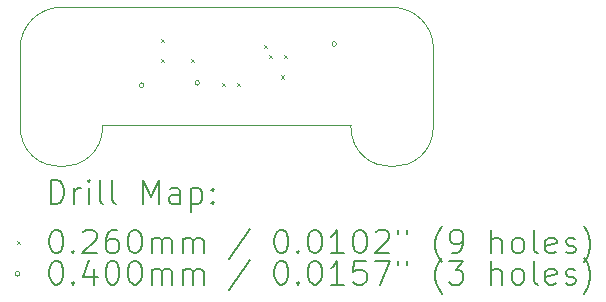
<source format=gbr>
%TF.GenerationSoftware,KiCad,Pcbnew,8.0.8*%
%TF.CreationDate,2025-02-04T17:26:01+01:00*%
%TF.ProjectId,IMU_PCB,494d555f-5043-4422-9e6b-696361645f70,rev?*%
%TF.SameCoordinates,Original*%
%TF.FileFunction,Drillmap*%
%TF.FilePolarity,Positive*%
%FSLAX45Y45*%
G04 Gerber Fmt 4.5, Leading zero omitted, Abs format (unit mm)*
G04 Created by KiCad (PCBNEW 8.0.8) date 2025-02-04 17:26:01*
%MOMM*%
%LPD*%
G01*
G04 APERTURE LIST*
%ADD10C,0.050000*%
%ADD11C,0.200000*%
%ADD12C,0.100000*%
G04 APERTURE END LIST*
D10*
X13200000Y-5000000D02*
X13200000Y-4350000D01*
X10400000Y-5000000D02*
G75*
G02*
X9700000Y-5000000I-350000J0D01*
G01*
X12850000Y-4000000D02*
G75*
G02*
X13200000Y-4350000I0J-350000D01*
G01*
X9700000Y-4350000D02*
G75*
G02*
X10050000Y-4000000I350000J0D01*
G01*
X10400000Y-5000000D02*
X12500000Y-5000000D01*
X9700000Y-4350000D02*
X9700000Y-5000000D01*
X13200000Y-5000000D02*
G75*
G02*
X12500000Y-5000000I-350000J0D01*
G01*
X10050000Y-4000000D02*
X12850000Y-4000000D01*
D11*
D12*
X10889500Y-4267000D02*
X10915500Y-4293000D01*
X10915500Y-4267000D02*
X10889500Y-4293000D01*
X10889500Y-4437000D02*
X10915500Y-4463000D01*
X10915500Y-4437000D02*
X10889500Y-4463000D01*
X11147000Y-4437000D02*
X11173000Y-4463000D01*
X11173000Y-4437000D02*
X11147000Y-4463000D01*
X11407000Y-4637000D02*
X11433000Y-4663000D01*
X11433000Y-4637000D02*
X11407000Y-4663000D01*
X11537000Y-4637000D02*
X11563000Y-4663000D01*
X11563000Y-4637000D02*
X11537000Y-4663000D01*
X11767000Y-4317000D02*
X11793000Y-4343000D01*
X11793000Y-4317000D02*
X11767000Y-4343000D01*
X11807000Y-4407000D02*
X11833000Y-4433000D01*
X11833000Y-4407000D02*
X11807000Y-4433000D01*
X11907000Y-4577000D02*
X11933000Y-4603000D01*
X11933000Y-4577000D02*
X11907000Y-4603000D01*
X11937000Y-4407000D02*
X11963000Y-4433000D01*
X11963000Y-4407000D02*
X11937000Y-4433000D01*
X10750000Y-4660000D02*
G75*
G02*
X10710000Y-4660000I-20000J0D01*
G01*
X10710000Y-4660000D02*
G75*
G02*
X10750000Y-4660000I20000J0D01*
G01*
X11220000Y-4640000D02*
G75*
G02*
X11180000Y-4640000I-20000J0D01*
G01*
X11180000Y-4640000D02*
G75*
G02*
X11220000Y-4640000I20000J0D01*
G01*
X12380000Y-4310000D02*
G75*
G02*
X12340000Y-4310000I-20000J0D01*
G01*
X12340000Y-4310000D02*
G75*
G02*
X12380000Y-4310000I20000J0D01*
G01*
D11*
X9958277Y-5663984D02*
X9958277Y-5463984D01*
X9958277Y-5463984D02*
X10005896Y-5463984D01*
X10005896Y-5463984D02*
X10034467Y-5473508D01*
X10034467Y-5473508D02*
X10053515Y-5492555D01*
X10053515Y-5492555D02*
X10063039Y-5511603D01*
X10063039Y-5511603D02*
X10072563Y-5549698D01*
X10072563Y-5549698D02*
X10072563Y-5578270D01*
X10072563Y-5578270D02*
X10063039Y-5616365D01*
X10063039Y-5616365D02*
X10053515Y-5635412D01*
X10053515Y-5635412D02*
X10034467Y-5654460D01*
X10034467Y-5654460D02*
X10005896Y-5663984D01*
X10005896Y-5663984D02*
X9958277Y-5663984D01*
X10158277Y-5663984D02*
X10158277Y-5530650D01*
X10158277Y-5568746D02*
X10167801Y-5549698D01*
X10167801Y-5549698D02*
X10177324Y-5540174D01*
X10177324Y-5540174D02*
X10196372Y-5530650D01*
X10196372Y-5530650D02*
X10215420Y-5530650D01*
X10282086Y-5663984D02*
X10282086Y-5530650D01*
X10282086Y-5463984D02*
X10272563Y-5473508D01*
X10272563Y-5473508D02*
X10282086Y-5483031D01*
X10282086Y-5483031D02*
X10291610Y-5473508D01*
X10291610Y-5473508D02*
X10282086Y-5463984D01*
X10282086Y-5463984D02*
X10282086Y-5483031D01*
X10405896Y-5663984D02*
X10386848Y-5654460D01*
X10386848Y-5654460D02*
X10377324Y-5635412D01*
X10377324Y-5635412D02*
X10377324Y-5463984D01*
X10510658Y-5663984D02*
X10491610Y-5654460D01*
X10491610Y-5654460D02*
X10482086Y-5635412D01*
X10482086Y-5635412D02*
X10482086Y-5463984D01*
X10739229Y-5663984D02*
X10739229Y-5463984D01*
X10739229Y-5463984D02*
X10805896Y-5606841D01*
X10805896Y-5606841D02*
X10872563Y-5463984D01*
X10872563Y-5463984D02*
X10872563Y-5663984D01*
X11053515Y-5663984D02*
X11053515Y-5559222D01*
X11053515Y-5559222D02*
X11043991Y-5540174D01*
X11043991Y-5540174D02*
X11024944Y-5530650D01*
X11024944Y-5530650D02*
X10986848Y-5530650D01*
X10986848Y-5530650D02*
X10967801Y-5540174D01*
X11053515Y-5654460D02*
X11034467Y-5663984D01*
X11034467Y-5663984D02*
X10986848Y-5663984D01*
X10986848Y-5663984D02*
X10967801Y-5654460D01*
X10967801Y-5654460D02*
X10958277Y-5635412D01*
X10958277Y-5635412D02*
X10958277Y-5616365D01*
X10958277Y-5616365D02*
X10967801Y-5597317D01*
X10967801Y-5597317D02*
X10986848Y-5587793D01*
X10986848Y-5587793D02*
X11034467Y-5587793D01*
X11034467Y-5587793D02*
X11053515Y-5578270D01*
X11148753Y-5530650D02*
X11148753Y-5730650D01*
X11148753Y-5540174D02*
X11167801Y-5530650D01*
X11167801Y-5530650D02*
X11205896Y-5530650D01*
X11205896Y-5530650D02*
X11224943Y-5540174D01*
X11224943Y-5540174D02*
X11234467Y-5549698D01*
X11234467Y-5549698D02*
X11243991Y-5568746D01*
X11243991Y-5568746D02*
X11243991Y-5625888D01*
X11243991Y-5625888D02*
X11234467Y-5644936D01*
X11234467Y-5644936D02*
X11224943Y-5654460D01*
X11224943Y-5654460D02*
X11205896Y-5663984D01*
X11205896Y-5663984D02*
X11167801Y-5663984D01*
X11167801Y-5663984D02*
X11148753Y-5654460D01*
X11329705Y-5644936D02*
X11339229Y-5654460D01*
X11339229Y-5654460D02*
X11329705Y-5663984D01*
X11329705Y-5663984D02*
X11320182Y-5654460D01*
X11320182Y-5654460D02*
X11329705Y-5644936D01*
X11329705Y-5644936D02*
X11329705Y-5663984D01*
X11329705Y-5540174D02*
X11339229Y-5549698D01*
X11339229Y-5549698D02*
X11329705Y-5559222D01*
X11329705Y-5559222D02*
X11320182Y-5549698D01*
X11320182Y-5549698D02*
X11329705Y-5540174D01*
X11329705Y-5540174D02*
X11329705Y-5559222D01*
D12*
X9671500Y-5979500D02*
X9697500Y-6005500D01*
X9697500Y-5979500D02*
X9671500Y-6005500D01*
D11*
X9996372Y-5883984D02*
X10015420Y-5883984D01*
X10015420Y-5883984D02*
X10034467Y-5893508D01*
X10034467Y-5893508D02*
X10043991Y-5903031D01*
X10043991Y-5903031D02*
X10053515Y-5922079D01*
X10053515Y-5922079D02*
X10063039Y-5960174D01*
X10063039Y-5960174D02*
X10063039Y-6007793D01*
X10063039Y-6007793D02*
X10053515Y-6045888D01*
X10053515Y-6045888D02*
X10043991Y-6064936D01*
X10043991Y-6064936D02*
X10034467Y-6074460D01*
X10034467Y-6074460D02*
X10015420Y-6083984D01*
X10015420Y-6083984D02*
X9996372Y-6083984D01*
X9996372Y-6083984D02*
X9977324Y-6074460D01*
X9977324Y-6074460D02*
X9967801Y-6064936D01*
X9967801Y-6064936D02*
X9958277Y-6045888D01*
X9958277Y-6045888D02*
X9948753Y-6007793D01*
X9948753Y-6007793D02*
X9948753Y-5960174D01*
X9948753Y-5960174D02*
X9958277Y-5922079D01*
X9958277Y-5922079D02*
X9967801Y-5903031D01*
X9967801Y-5903031D02*
X9977324Y-5893508D01*
X9977324Y-5893508D02*
X9996372Y-5883984D01*
X10148753Y-6064936D02*
X10158277Y-6074460D01*
X10158277Y-6074460D02*
X10148753Y-6083984D01*
X10148753Y-6083984D02*
X10139229Y-6074460D01*
X10139229Y-6074460D02*
X10148753Y-6064936D01*
X10148753Y-6064936D02*
X10148753Y-6083984D01*
X10234467Y-5903031D02*
X10243991Y-5893508D01*
X10243991Y-5893508D02*
X10263039Y-5883984D01*
X10263039Y-5883984D02*
X10310658Y-5883984D01*
X10310658Y-5883984D02*
X10329705Y-5893508D01*
X10329705Y-5893508D02*
X10339229Y-5903031D01*
X10339229Y-5903031D02*
X10348753Y-5922079D01*
X10348753Y-5922079D02*
X10348753Y-5941127D01*
X10348753Y-5941127D02*
X10339229Y-5969698D01*
X10339229Y-5969698D02*
X10224944Y-6083984D01*
X10224944Y-6083984D02*
X10348753Y-6083984D01*
X10520182Y-5883984D02*
X10482086Y-5883984D01*
X10482086Y-5883984D02*
X10463039Y-5893508D01*
X10463039Y-5893508D02*
X10453515Y-5903031D01*
X10453515Y-5903031D02*
X10434467Y-5931603D01*
X10434467Y-5931603D02*
X10424944Y-5969698D01*
X10424944Y-5969698D02*
X10424944Y-6045888D01*
X10424944Y-6045888D02*
X10434467Y-6064936D01*
X10434467Y-6064936D02*
X10443991Y-6074460D01*
X10443991Y-6074460D02*
X10463039Y-6083984D01*
X10463039Y-6083984D02*
X10501134Y-6083984D01*
X10501134Y-6083984D02*
X10520182Y-6074460D01*
X10520182Y-6074460D02*
X10529705Y-6064936D01*
X10529705Y-6064936D02*
X10539229Y-6045888D01*
X10539229Y-6045888D02*
X10539229Y-5998269D01*
X10539229Y-5998269D02*
X10529705Y-5979222D01*
X10529705Y-5979222D02*
X10520182Y-5969698D01*
X10520182Y-5969698D02*
X10501134Y-5960174D01*
X10501134Y-5960174D02*
X10463039Y-5960174D01*
X10463039Y-5960174D02*
X10443991Y-5969698D01*
X10443991Y-5969698D02*
X10434467Y-5979222D01*
X10434467Y-5979222D02*
X10424944Y-5998269D01*
X10663039Y-5883984D02*
X10682086Y-5883984D01*
X10682086Y-5883984D02*
X10701134Y-5893508D01*
X10701134Y-5893508D02*
X10710658Y-5903031D01*
X10710658Y-5903031D02*
X10720182Y-5922079D01*
X10720182Y-5922079D02*
X10729705Y-5960174D01*
X10729705Y-5960174D02*
X10729705Y-6007793D01*
X10729705Y-6007793D02*
X10720182Y-6045888D01*
X10720182Y-6045888D02*
X10710658Y-6064936D01*
X10710658Y-6064936D02*
X10701134Y-6074460D01*
X10701134Y-6074460D02*
X10682086Y-6083984D01*
X10682086Y-6083984D02*
X10663039Y-6083984D01*
X10663039Y-6083984D02*
X10643991Y-6074460D01*
X10643991Y-6074460D02*
X10634467Y-6064936D01*
X10634467Y-6064936D02*
X10624944Y-6045888D01*
X10624944Y-6045888D02*
X10615420Y-6007793D01*
X10615420Y-6007793D02*
X10615420Y-5960174D01*
X10615420Y-5960174D02*
X10624944Y-5922079D01*
X10624944Y-5922079D02*
X10634467Y-5903031D01*
X10634467Y-5903031D02*
X10643991Y-5893508D01*
X10643991Y-5893508D02*
X10663039Y-5883984D01*
X10815420Y-6083984D02*
X10815420Y-5950650D01*
X10815420Y-5969698D02*
X10824944Y-5960174D01*
X10824944Y-5960174D02*
X10843991Y-5950650D01*
X10843991Y-5950650D02*
X10872563Y-5950650D01*
X10872563Y-5950650D02*
X10891610Y-5960174D01*
X10891610Y-5960174D02*
X10901134Y-5979222D01*
X10901134Y-5979222D02*
X10901134Y-6083984D01*
X10901134Y-5979222D02*
X10910658Y-5960174D01*
X10910658Y-5960174D02*
X10929705Y-5950650D01*
X10929705Y-5950650D02*
X10958277Y-5950650D01*
X10958277Y-5950650D02*
X10977325Y-5960174D01*
X10977325Y-5960174D02*
X10986848Y-5979222D01*
X10986848Y-5979222D02*
X10986848Y-6083984D01*
X11082086Y-6083984D02*
X11082086Y-5950650D01*
X11082086Y-5969698D02*
X11091610Y-5960174D01*
X11091610Y-5960174D02*
X11110658Y-5950650D01*
X11110658Y-5950650D02*
X11139229Y-5950650D01*
X11139229Y-5950650D02*
X11158277Y-5960174D01*
X11158277Y-5960174D02*
X11167801Y-5979222D01*
X11167801Y-5979222D02*
X11167801Y-6083984D01*
X11167801Y-5979222D02*
X11177325Y-5960174D01*
X11177325Y-5960174D02*
X11196372Y-5950650D01*
X11196372Y-5950650D02*
X11224943Y-5950650D01*
X11224943Y-5950650D02*
X11243991Y-5960174D01*
X11243991Y-5960174D02*
X11253515Y-5979222D01*
X11253515Y-5979222D02*
X11253515Y-6083984D01*
X11643991Y-5874460D02*
X11472563Y-6131603D01*
X11901134Y-5883984D02*
X11920182Y-5883984D01*
X11920182Y-5883984D02*
X11939229Y-5893508D01*
X11939229Y-5893508D02*
X11948753Y-5903031D01*
X11948753Y-5903031D02*
X11958277Y-5922079D01*
X11958277Y-5922079D02*
X11967801Y-5960174D01*
X11967801Y-5960174D02*
X11967801Y-6007793D01*
X11967801Y-6007793D02*
X11958277Y-6045888D01*
X11958277Y-6045888D02*
X11948753Y-6064936D01*
X11948753Y-6064936D02*
X11939229Y-6074460D01*
X11939229Y-6074460D02*
X11920182Y-6083984D01*
X11920182Y-6083984D02*
X11901134Y-6083984D01*
X11901134Y-6083984D02*
X11882086Y-6074460D01*
X11882086Y-6074460D02*
X11872563Y-6064936D01*
X11872563Y-6064936D02*
X11863039Y-6045888D01*
X11863039Y-6045888D02*
X11853515Y-6007793D01*
X11853515Y-6007793D02*
X11853515Y-5960174D01*
X11853515Y-5960174D02*
X11863039Y-5922079D01*
X11863039Y-5922079D02*
X11872563Y-5903031D01*
X11872563Y-5903031D02*
X11882086Y-5893508D01*
X11882086Y-5893508D02*
X11901134Y-5883984D01*
X12053515Y-6064936D02*
X12063039Y-6074460D01*
X12063039Y-6074460D02*
X12053515Y-6083984D01*
X12053515Y-6083984D02*
X12043991Y-6074460D01*
X12043991Y-6074460D02*
X12053515Y-6064936D01*
X12053515Y-6064936D02*
X12053515Y-6083984D01*
X12186848Y-5883984D02*
X12205896Y-5883984D01*
X12205896Y-5883984D02*
X12224944Y-5893508D01*
X12224944Y-5893508D02*
X12234467Y-5903031D01*
X12234467Y-5903031D02*
X12243991Y-5922079D01*
X12243991Y-5922079D02*
X12253515Y-5960174D01*
X12253515Y-5960174D02*
X12253515Y-6007793D01*
X12253515Y-6007793D02*
X12243991Y-6045888D01*
X12243991Y-6045888D02*
X12234467Y-6064936D01*
X12234467Y-6064936D02*
X12224944Y-6074460D01*
X12224944Y-6074460D02*
X12205896Y-6083984D01*
X12205896Y-6083984D02*
X12186848Y-6083984D01*
X12186848Y-6083984D02*
X12167801Y-6074460D01*
X12167801Y-6074460D02*
X12158277Y-6064936D01*
X12158277Y-6064936D02*
X12148753Y-6045888D01*
X12148753Y-6045888D02*
X12139229Y-6007793D01*
X12139229Y-6007793D02*
X12139229Y-5960174D01*
X12139229Y-5960174D02*
X12148753Y-5922079D01*
X12148753Y-5922079D02*
X12158277Y-5903031D01*
X12158277Y-5903031D02*
X12167801Y-5893508D01*
X12167801Y-5893508D02*
X12186848Y-5883984D01*
X12443991Y-6083984D02*
X12329706Y-6083984D01*
X12386848Y-6083984D02*
X12386848Y-5883984D01*
X12386848Y-5883984D02*
X12367801Y-5912555D01*
X12367801Y-5912555D02*
X12348753Y-5931603D01*
X12348753Y-5931603D02*
X12329706Y-5941127D01*
X12567801Y-5883984D02*
X12586848Y-5883984D01*
X12586848Y-5883984D02*
X12605896Y-5893508D01*
X12605896Y-5893508D02*
X12615420Y-5903031D01*
X12615420Y-5903031D02*
X12624944Y-5922079D01*
X12624944Y-5922079D02*
X12634467Y-5960174D01*
X12634467Y-5960174D02*
X12634467Y-6007793D01*
X12634467Y-6007793D02*
X12624944Y-6045888D01*
X12624944Y-6045888D02*
X12615420Y-6064936D01*
X12615420Y-6064936D02*
X12605896Y-6074460D01*
X12605896Y-6074460D02*
X12586848Y-6083984D01*
X12586848Y-6083984D02*
X12567801Y-6083984D01*
X12567801Y-6083984D02*
X12548753Y-6074460D01*
X12548753Y-6074460D02*
X12539229Y-6064936D01*
X12539229Y-6064936D02*
X12529706Y-6045888D01*
X12529706Y-6045888D02*
X12520182Y-6007793D01*
X12520182Y-6007793D02*
X12520182Y-5960174D01*
X12520182Y-5960174D02*
X12529706Y-5922079D01*
X12529706Y-5922079D02*
X12539229Y-5903031D01*
X12539229Y-5903031D02*
X12548753Y-5893508D01*
X12548753Y-5893508D02*
X12567801Y-5883984D01*
X12710658Y-5903031D02*
X12720182Y-5893508D01*
X12720182Y-5893508D02*
X12739229Y-5883984D01*
X12739229Y-5883984D02*
X12786848Y-5883984D01*
X12786848Y-5883984D02*
X12805896Y-5893508D01*
X12805896Y-5893508D02*
X12815420Y-5903031D01*
X12815420Y-5903031D02*
X12824944Y-5922079D01*
X12824944Y-5922079D02*
X12824944Y-5941127D01*
X12824944Y-5941127D02*
X12815420Y-5969698D01*
X12815420Y-5969698D02*
X12701134Y-6083984D01*
X12701134Y-6083984D02*
X12824944Y-6083984D01*
X12901134Y-5883984D02*
X12901134Y-5922079D01*
X12977325Y-5883984D02*
X12977325Y-5922079D01*
X13272563Y-6160174D02*
X13263039Y-6150650D01*
X13263039Y-6150650D02*
X13243991Y-6122079D01*
X13243991Y-6122079D02*
X13234468Y-6103031D01*
X13234468Y-6103031D02*
X13224944Y-6074460D01*
X13224944Y-6074460D02*
X13215420Y-6026841D01*
X13215420Y-6026841D02*
X13215420Y-5988746D01*
X13215420Y-5988746D02*
X13224944Y-5941127D01*
X13224944Y-5941127D02*
X13234468Y-5912555D01*
X13234468Y-5912555D02*
X13243991Y-5893508D01*
X13243991Y-5893508D02*
X13263039Y-5864936D01*
X13263039Y-5864936D02*
X13272563Y-5855412D01*
X13358277Y-6083984D02*
X13396372Y-6083984D01*
X13396372Y-6083984D02*
X13415420Y-6074460D01*
X13415420Y-6074460D02*
X13424944Y-6064936D01*
X13424944Y-6064936D02*
X13443991Y-6036365D01*
X13443991Y-6036365D02*
X13453515Y-5998269D01*
X13453515Y-5998269D02*
X13453515Y-5922079D01*
X13453515Y-5922079D02*
X13443991Y-5903031D01*
X13443991Y-5903031D02*
X13434468Y-5893508D01*
X13434468Y-5893508D02*
X13415420Y-5883984D01*
X13415420Y-5883984D02*
X13377325Y-5883984D01*
X13377325Y-5883984D02*
X13358277Y-5893508D01*
X13358277Y-5893508D02*
X13348753Y-5903031D01*
X13348753Y-5903031D02*
X13339229Y-5922079D01*
X13339229Y-5922079D02*
X13339229Y-5969698D01*
X13339229Y-5969698D02*
X13348753Y-5988746D01*
X13348753Y-5988746D02*
X13358277Y-5998269D01*
X13358277Y-5998269D02*
X13377325Y-6007793D01*
X13377325Y-6007793D02*
X13415420Y-6007793D01*
X13415420Y-6007793D02*
X13434468Y-5998269D01*
X13434468Y-5998269D02*
X13443991Y-5988746D01*
X13443991Y-5988746D02*
X13453515Y-5969698D01*
X13691610Y-6083984D02*
X13691610Y-5883984D01*
X13777325Y-6083984D02*
X13777325Y-5979222D01*
X13777325Y-5979222D02*
X13767801Y-5960174D01*
X13767801Y-5960174D02*
X13748753Y-5950650D01*
X13748753Y-5950650D02*
X13720182Y-5950650D01*
X13720182Y-5950650D02*
X13701134Y-5960174D01*
X13701134Y-5960174D02*
X13691610Y-5969698D01*
X13901134Y-6083984D02*
X13882087Y-6074460D01*
X13882087Y-6074460D02*
X13872563Y-6064936D01*
X13872563Y-6064936D02*
X13863039Y-6045888D01*
X13863039Y-6045888D02*
X13863039Y-5988746D01*
X13863039Y-5988746D02*
X13872563Y-5969698D01*
X13872563Y-5969698D02*
X13882087Y-5960174D01*
X13882087Y-5960174D02*
X13901134Y-5950650D01*
X13901134Y-5950650D02*
X13929706Y-5950650D01*
X13929706Y-5950650D02*
X13948753Y-5960174D01*
X13948753Y-5960174D02*
X13958277Y-5969698D01*
X13958277Y-5969698D02*
X13967801Y-5988746D01*
X13967801Y-5988746D02*
X13967801Y-6045888D01*
X13967801Y-6045888D02*
X13958277Y-6064936D01*
X13958277Y-6064936D02*
X13948753Y-6074460D01*
X13948753Y-6074460D02*
X13929706Y-6083984D01*
X13929706Y-6083984D02*
X13901134Y-6083984D01*
X14082087Y-6083984D02*
X14063039Y-6074460D01*
X14063039Y-6074460D02*
X14053515Y-6055412D01*
X14053515Y-6055412D02*
X14053515Y-5883984D01*
X14234468Y-6074460D02*
X14215420Y-6083984D01*
X14215420Y-6083984D02*
X14177325Y-6083984D01*
X14177325Y-6083984D02*
X14158277Y-6074460D01*
X14158277Y-6074460D02*
X14148753Y-6055412D01*
X14148753Y-6055412D02*
X14148753Y-5979222D01*
X14148753Y-5979222D02*
X14158277Y-5960174D01*
X14158277Y-5960174D02*
X14177325Y-5950650D01*
X14177325Y-5950650D02*
X14215420Y-5950650D01*
X14215420Y-5950650D02*
X14234468Y-5960174D01*
X14234468Y-5960174D02*
X14243991Y-5979222D01*
X14243991Y-5979222D02*
X14243991Y-5998269D01*
X14243991Y-5998269D02*
X14148753Y-6017317D01*
X14320182Y-6074460D02*
X14339230Y-6083984D01*
X14339230Y-6083984D02*
X14377325Y-6083984D01*
X14377325Y-6083984D02*
X14396372Y-6074460D01*
X14396372Y-6074460D02*
X14405896Y-6055412D01*
X14405896Y-6055412D02*
X14405896Y-6045888D01*
X14405896Y-6045888D02*
X14396372Y-6026841D01*
X14396372Y-6026841D02*
X14377325Y-6017317D01*
X14377325Y-6017317D02*
X14348753Y-6017317D01*
X14348753Y-6017317D02*
X14329706Y-6007793D01*
X14329706Y-6007793D02*
X14320182Y-5988746D01*
X14320182Y-5988746D02*
X14320182Y-5979222D01*
X14320182Y-5979222D02*
X14329706Y-5960174D01*
X14329706Y-5960174D02*
X14348753Y-5950650D01*
X14348753Y-5950650D02*
X14377325Y-5950650D01*
X14377325Y-5950650D02*
X14396372Y-5960174D01*
X14472563Y-6160174D02*
X14482087Y-6150650D01*
X14482087Y-6150650D02*
X14501134Y-6122079D01*
X14501134Y-6122079D02*
X14510658Y-6103031D01*
X14510658Y-6103031D02*
X14520182Y-6074460D01*
X14520182Y-6074460D02*
X14529706Y-6026841D01*
X14529706Y-6026841D02*
X14529706Y-5988746D01*
X14529706Y-5988746D02*
X14520182Y-5941127D01*
X14520182Y-5941127D02*
X14510658Y-5912555D01*
X14510658Y-5912555D02*
X14501134Y-5893508D01*
X14501134Y-5893508D02*
X14482087Y-5864936D01*
X14482087Y-5864936D02*
X14472563Y-5855412D01*
D12*
X9697500Y-6256500D02*
G75*
G02*
X9657500Y-6256500I-20000J0D01*
G01*
X9657500Y-6256500D02*
G75*
G02*
X9697500Y-6256500I20000J0D01*
G01*
D11*
X9996372Y-6147984D02*
X10015420Y-6147984D01*
X10015420Y-6147984D02*
X10034467Y-6157508D01*
X10034467Y-6157508D02*
X10043991Y-6167031D01*
X10043991Y-6167031D02*
X10053515Y-6186079D01*
X10053515Y-6186079D02*
X10063039Y-6224174D01*
X10063039Y-6224174D02*
X10063039Y-6271793D01*
X10063039Y-6271793D02*
X10053515Y-6309888D01*
X10053515Y-6309888D02*
X10043991Y-6328936D01*
X10043991Y-6328936D02*
X10034467Y-6338460D01*
X10034467Y-6338460D02*
X10015420Y-6347984D01*
X10015420Y-6347984D02*
X9996372Y-6347984D01*
X9996372Y-6347984D02*
X9977324Y-6338460D01*
X9977324Y-6338460D02*
X9967801Y-6328936D01*
X9967801Y-6328936D02*
X9958277Y-6309888D01*
X9958277Y-6309888D02*
X9948753Y-6271793D01*
X9948753Y-6271793D02*
X9948753Y-6224174D01*
X9948753Y-6224174D02*
X9958277Y-6186079D01*
X9958277Y-6186079D02*
X9967801Y-6167031D01*
X9967801Y-6167031D02*
X9977324Y-6157508D01*
X9977324Y-6157508D02*
X9996372Y-6147984D01*
X10148753Y-6328936D02*
X10158277Y-6338460D01*
X10158277Y-6338460D02*
X10148753Y-6347984D01*
X10148753Y-6347984D02*
X10139229Y-6338460D01*
X10139229Y-6338460D02*
X10148753Y-6328936D01*
X10148753Y-6328936D02*
X10148753Y-6347984D01*
X10329705Y-6214650D02*
X10329705Y-6347984D01*
X10282086Y-6138460D02*
X10234467Y-6281317D01*
X10234467Y-6281317D02*
X10358277Y-6281317D01*
X10472563Y-6147984D02*
X10491610Y-6147984D01*
X10491610Y-6147984D02*
X10510658Y-6157508D01*
X10510658Y-6157508D02*
X10520182Y-6167031D01*
X10520182Y-6167031D02*
X10529705Y-6186079D01*
X10529705Y-6186079D02*
X10539229Y-6224174D01*
X10539229Y-6224174D02*
X10539229Y-6271793D01*
X10539229Y-6271793D02*
X10529705Y-6309888D01*
X10529705Y-6309888D02*
X10520182Y-6328936D01*
X10520182Y-6328936D02*
X10510658Y-6338460D01*
X10510658Y-6338460D02*
X10491610Y-6347984D01*
X10491610Y-6347984D02*
X10472563Y-6347984D01*
X10472563Y-6347984D02*
X10453515Y-6338460D01*
X10453515Y-6338460D02*
X10443991Y-6328936D01*
X10443991Y-6328936D02*
X10434467Y-6309888D01*
X10434467Y-6309888D02*
X10424944Y-6271793D01*
X10424944Y-6271793D02*
X10424944Y-6224174D01*
X10424944Y-6224174D02*
X10434467Y-6186079D01*
X10434467Y-6186079D02*
X10443991Y-6167031D01*
X10443991Y-6167031D02*
X10453515Y-6157508D01*
X10453515Y-6157508D02*
X10472563Y-6147984D01*
X10663039Y-6147984D02*
X10682086Y-6147984D01*
X10682086Y-6147984D02*
X10701134Y-6157508D01*
X10701134Y-6157508D02*
X10710658Y-6167031D01*
X10710658Y-6167031D02*
X10720182Y-6186079D01*
X10720182Y-6186079D02*
X10729705Y-6224174D01*
X10729705Y-6224174D02*
X10729705Y-6271793D01*
X10729705Y-6271793D02*
X10720182Y-6309888D01*
X10720182Y-6309888D02*
X10710658Y-6328936D01*
X10710658Y-6328936D02*
X10701134Y-6338460D01*
X10701134Y-6338460D02*
X10682086Y-6347984D01*
X10682086Y-6347984D02*
X10663039Y-6347984D01*
X10663039Y-6347984D02*
X10643991Y-6338460D01*
X10643991Y-6338460D02*
X10634467Y-6328936D01*
X10634467Y-6328936D02*
X10624944Y-6309888D01*
X10624944Y-6309888D02*
X10615420Y-6271793D01*
X10615420Y-6271793D02*
X10615420Y-6224174D01*
X10615420Y-6224174D02*
X10624944Y-6186079D01*
X10624944Y-6186079D02*
X10634467Y-6167031D01*
X10634467Y-6167031D02*
X10643991Y-6157508D01*
X10643991Y-6157508D02*
X10663039Y-6147984D01*
X10815420Y-6347984D02*
X10815420Y-6214650D01*
X10815420Y-6233698D02*
X10824944Y-6224174D01*
X10824944Y-6224174D02*
X10843991Y-6214650D01*
X10843991Y-6214650D02*
X10872563Y-6214650D01*
X10872563Y-6214650D02*
X10891610Y-6224174D01*
X10891610Y-6224174D02*
X10901134Y-6243222D01*
X10901134Y-6243222D02*
X10901134Y-6347984D01*
X10901134Y-6243222D02*
X10910658Y-6224174D01*
X10910658Y-6224174D02*
X10929705Y-6214650D01*
X10929705Y-6214650D02*
X10958277Y-6214650D01*
X10958277Y-6214650D02*
X10977325Y-6224174D01*
X10977325Y-6224174D02*
X10986848Y-6243222D01*
X10986848Y-6243222D02*
X10986848Y-6347984D01*
X11082086Y-6347984D02*
X11082086Y-6214650D01*
X11082086Y-6233698D02*
X11091610Y-6224174D01*
X11091610Y-6224174D02*
X11110658Y-6214650D01*
X11110658Y-6214650D02*
X11139229Y-6214650D01*
X11139229Y-6214650D02*
X11158277Y-6224174D01*
X11158277Y-6224174D02*
X11167801Y-6243222D01*
X11167801Y-6243222D02*
X11167801Y-6347984D01*
X11167801Y-6243222D02*
X11177325Y-6224174D01*
X11177325Y-6224174D02*
X11196372Y-6214650D01*
X11196372Y-6214650D02*
X11224943Y-6214650D01*
X11224943Y-6214650D02*
X11243991Y-6224174D01*
X11243991Y-6224174D02*
X11253515Y-6243222D01*
X11253515Y-6243222D02*
X11253515Y-6347984D01*
X11643991Y-6138460D02*
X11472563Y-6395603D01*
X11901134Y-6147984D02*
X11920182Y-6147984D01*
X11920182Y-6147984D02*
X11939229Y-6157508D01*
X11939229Y-6157508D02*
X11948753Y-6167031D01*
X11948753Y-6167031D02*
X11958277Y-6186079D01*
X11958277Y-6186079D02*
X11967801Y-6224174D01*
X11967801Y-6224174D02*
X11967801Y-6271793D01*
X11967801Y-6271793D02*
X11958277Y-6309888D01*
X11958277Y-6309888D02*
X11948753Y-6328936D01*
X11948753Y-6328936D02*
X11939229Y-6338460D01*
X11939229Y-6338460D02*
X11920182Y-6347984D01*
X11920182Y-6347984D02*
X11901134Y-6347984D01*
X11901134Y-6347984D02*
X11882086Y-6338460D01*
X11882086Y-6338460D02*
X11872563Y-6328936D01*
X11872563Y-6328936D02*
X11863039Y-6309888D01*
X11863039Y-6309888D02*
X11853515Y-6271793D01*
X11853515Y-6271793D02*
X11853515Y-6224174D01*
X11853515Y-6224174D02*
X11863039Y-6186079D01*
X11863039Y-6186079D02*
X11872563Y-6167031D01*
X11872563Y-6167031D02*
X11882086Y-6157508D01*
X11882086Y-6157508D02*
X11901134Y-6147984D01*
X12053515Y-6328936D02*
X12063039Y-6338460D01*
X12063039Y-6338460D02*
X12053515Y-6347984D01*
X12053515Y-6347984D02*
X12043991Y-6338460D01*
X12043991Y-6338460D02*
X12053515Y-6328936D01*
X12053515Y-6328936D02*
X12053515Y-6347984D01*
X12186848Y-6147984D02*
X12205896Y-6147984D01*
X12205896Y-6147984D02*
X12224944Y-6157508D01*
X12224944Y-6157508D02*
X12234467Y-6167031D01*
X12234467Y-6167031D02*
X12243991Y-6186079D01*
X12243991Y-6186079D02*
X12253515Y-6224174D01*
X12253515Y-6224174D02*
X12253515Y-6271793D01*
X12253515Y-6271793D02*
X12243991Y-6309888D01*
X12243991Y-6309888D02*
X12234467Y-6328936D01*
X12234467Y-6328936D02*
X12224944Y-6338460D01*
X12224944Y-6338460D02*
X12205896Y-6347984D01*
X12205896Y-6347984D02*
X12186848Y-6347984D01*
X12186848Y-6347984D02*
X12167801Y-6338460D01*
X12167801Y-6338460D02*
X12158277Y-6328936D01*
X12158277Y-6328936D02*
X12148753Y-6309888D01*
X12148753Y-6309888D02*
X12139229Y-6271793D01*
X12139229Y-6271793D02*
X12139229Y-6224174D01*
X12139229Y-6224174D02*
X12148753Y-6186079D01*
X12148753Y-6186079D02*
X12158277Y-6167031D01*
X12158277Y-6167031D02*
X12167801Y-6157508D01*
X12167801Y-6157508D02*
X12186848Y-6147984D01*
X12443991Y-6347984D02*
X12329706Y-6347984D01*
X12386848Y-6347984D02*
X12386848Y-6147984D01*
X12386848Y-6147984D02*
X12367801Y-6176555D01*
X12367801Y-6176555D02*
X12348753Y-6195603D01*
X12348753Y-6195603D02*
X12329706Y-6205127D01*
X12624944Y-6147984D02*
X12529706Y-6147984D01*
X12529706Y-6147984D02*
X12520182Y-6243222D01*
X12520182Y-6243222D02*
X12529706Y-6233698D01*
X12529706Y-6233698D02*
X12548753Y-6224174D01*
X12548753Y-6224174D02*
X12596372Y-6224174D01*
X12596372Y-6224174D02*
X12615420Y-6233698D01*
X12615420Y-6233698D02*
X12624944Y-6243222D01*
X12624944Y-6243222D02*
X12634467Y-6262269D01*
X12634467Y-6262269D02*
X12634467Y-6309888D01*
X12634467Y-6309888D02*
X12624944Y-6328936D01*
X12624944Y-6328936D02*
X12615420Y-6338460D01*
X12615420Y-6338460D02*
X12596372Y-6347984D01*
X12596372Y-6347984D02*
X12548753Y-6347984D01*
X12548753Y-6347984D02*
X12529706Y-6338460D01*
X12529706Y-6338460D02*
X12520182Y-6328936D01*
X12701134Y-6147984D02*
X12834467Y-6147984D01*
X12834467Y-6147984D02*
X12748753Y-6347984D01*
X12901134Y-6147984D02*
X12901134Y-6186079D01*
X12977325Y-6147984D02*
X12977325Y-6186079D01*
X13272563Y-6424174D02*
X13263039Y-6414650D01*
X13263039Y-6414650D02*
X13243991Y-6386079D01*
X13243991Y-6386079D02*
X13234468Y-6367031D01*
X13234468Y-6367031D02*
X13224944Y-6338460D01*
X13224944Y-6338460D02*
X13215420Y-6290841D01*
X13215420Y-6290841D02*
X13215420Y-6252746D01*
X13215420Y-6252746D02*
X13224944Y-6205127D01*
X13224944Y-6205127D02*
X13234468Y-6176555D01*
X13234468Y-6176555D02*
X13243991Y-6157508D01*
X13243991Y-6157508D02*
X13263039Y-6128936D01*
X13263039Y-6128936D02*
X13272563Y-6119412D01*
X13329706Y-6147984D02*
X13453515Y-6147984D01*
X13453515Y-6147984D02*
X13386848Y-6224174D01*
X13386848Y-6224174D02*
X13415420Y-6224174D01*
X13415420Y-6224174D02*
X13434468Y-6233698D01*
X13434468Y-6233698D02*
X13443991Y-6243222D01*
X13443991Y-6243222D02*
X13453515Y-6262269D01*
X13453515Y-6262269D02*
X13453515Y-6309888D01*
X13453515Y-6309888D02*
X13443991Y-6328936D01*
X13443991Y-6328936D02*
X13434468Y-6338460D01*
X13434468Y-6338460D02*
X13415420Y-6347984D01*
X13415420Y-6347984D02*
X13358277Y-6347984D01*
X13358277Y-6347984D02*
X13339229Y-6338460D01*
X13339229Y-6338460D02*
X13329706Y-6328936D01*
X13691610Y-6347984D02*
X13691610Y-6147984D01*
X13777325Y-6347984D02*
X13777325Y-6243222D01*
X13777325Y-6243222D02*
X13767801Y-6224174D01*
X13767801Y-6224174D02*
X13748753Y-6214650D01*
X13748753Y-6214650D02*
X13720182Y-6214650D01*
X13720182Y-6214650D02*
X13701134Y-6224174D01*
X13701134Y-6224174D02*
X13691610Y-6233698D01*
X13901134Y-6347984D02*
X13882087Y-6338460D01*
X13882087Y-6338460D02*
X13872563Y-6328936D01*
X13872563Y-6328936D02*
X13863039Y-6309888D01*
X13863039Y-6309888D02*
X13863039Y-6252746D01*
X13863039Y-6252746D02*
X13872563Y-6233698D01*
X13872563Y-6233698D02*
X13882087Y-6224174D01*
X13882087Y-6224174D02*
X13901134Y-6214650D01*
X13901134Y-6214650D02*
X13929706Y-6214650D01*
X13929706Y-6214650D02*
X13948753Y-6224174D01*
X13948753Y-6224174D02*
X13958277Y-6233698D01*
X13958277Y-6233698D02*
X13967801Y-6252746D01*
X13967801Y-6252746D02*
X13967801Y-6309888D01*
X13967801Y-6309888D02*
X13958277Y-6328936D01*
X13958277Y-6328936D02*
X13948753Y-6338460D01*
X13948753Y-6338460D02*
X13929706Y-6347984D01*
X13929706Y-6347984D02*
X13901134Y-6347984D01*
X14082087Y-6347984D02*
X14063039Y-6338460D01*
X14063039Y-6338460D02*
X14053515Y-6319412D01*
X14053515Y-6319412D02*
X14053515Y-6147984D01*
X14234468Y-6338460D02*
X14215420Y-6347984D01*
X14215420Y-6347984D02*
X14177325Y-6347984D01*
X14177325Y-6347984D02*
X14158277Y-6338460D01*
X14158277Y-6338460D02*
X14148753Y-6319412D01*
X14148753Y-6319412D02*
X14148753Y-6243222D01*
X14148753Y-6243222D02*
X14158277Y-6224174D01*
X14158277Y-6224174D02*
X14177325Y-6214650D01*
X14177325Y-6214650D02*
X14215420Y-6214650D01*
X14215420Y-6214650D02*
X14234468Y-6224174D01*
X14234468Y-6224174D02*
X14243991Y-6243222D01*
X14243991Y-6243222D02*
X14243991Y-6262269D01*
X14243991Y-6262269D02*
X14148753Y-6281317D01*
X14320182Y-6338460D02*
X14339230Y-6347984D01*
X14339230Y-6347984D02*
X14377325Y-6347984D01*
X14377325Y-6347984D02*
X14396372Y-6338460D01*
X14396372Y-6338460D02*
X14405896Y-6319412D01*
X14405896Y-6319412D02*
X14405896Y-6309888D01*
X14405896Y-6309888D02*
X14396372Y-6290841D01*
X14396372Y-6290841D02*
X14377325Y-6281317D01*
X14377325Y-6281317D02*
X14348753Y-6281317D01*
X14348753Y-6281317D02*
X14329706Y-6271793D01*
X14329706Y-6271793D02*
X14320182Y-6252746D01*
X14320182Y-6252746D02*
X14320182Y-6243222D01*
X14320182Y-6243222D02*
X14329706Y-6224174D01*
X14329706Y-6224174D02*
X14348753Y-6214650D01*
X14348753Y-6214650D02*
X14377325Y-6214650D01*
X14377325Y-6214650D02*
X14396372Y-6224174D01*
X14472563Y-6424174D02*
X14482087Y-6414650D01*
X14482087Y-6414650D02*
X14501134Y-6386079D01*
X14501134Y-6386079D02*
X14510658Y-6367031D01*
X14510658Y-6367031D02*
X14520182Y-6338460D01*
X14520182Y-6338460D02*
X14529706Y-6290841D01*
X14529706Y-6290841D02*
X14529706Y-6252746D01*
X14529706Y-6252746D02*
X14520182Y-6205127D01*
X14520182Y-6205127D02*
X14510658Y-6176555D01*
X14510658Y-6176555D02*
X14501134Y-6157508D01*
X14501134Y-6157508D02*
X14482087Y-6128936D01*
X14482087Y-6128936D02*
X14472563Y-6119412D01*
M02*

</source>
